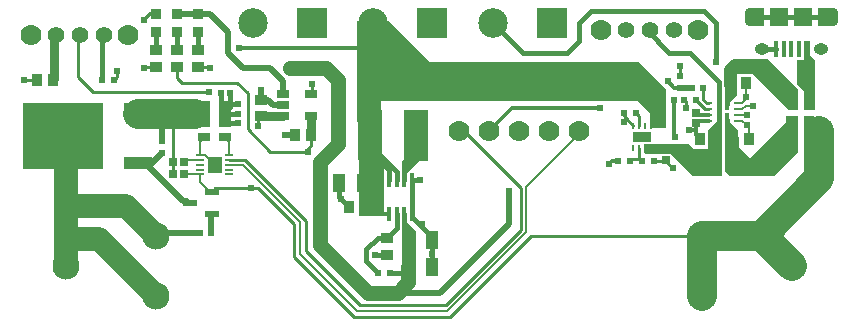
<source format=gtl>
G04 Layer_Physical_Order=1*
G04 Layer_Color=25308*
%FSLAX25Y25*%
%MOIN*%
G70*
G01*
G75*
%ADD10R,0.06299X0.03543*%
%ADD11R,0.00984X0.01969*%
%ADD12R,0.04724X0.06102*%
%ADD13R,0.05906X0.06102*%
%ADD14R,0.01575X0.05315*%
%ADD15R,0.03937X0.03543*%
%ADD16R,0.02165X0.02362*%
%ADD17R,0.04724X0.02362*%
%ADD18R,0.26772X0.21850*%
%ADD19R,0.09449X0.03937*%
%ADD20R,0.02362X0.02165*%
%ADD21R,0.02677X0.02520*%
%ADD22R,0.02953X0.00787*%
%ADD23R,0.05118X0.05512*%
%ADD24R,0.03937X0.03150*%
%ADD25R,0.03937X0.09134*%
%ADD26R,0.03543X0.03937*%
%ADD27R,0.02520X0.02677*%
%ADD28R,0.02362X0.00787*%
%ADD29R,0.01575X0.04134*%
%ADD30R,0.01575X0.04724*%
%ADD31R,0.03937X0.06102*%
%ADD32R,0.07874X0.16535*%
%ADD33R,0.04331X0.03543*%
%ADD34R,0.04331X0.02559*%
%ADD35R,0.03543X0.04331*%
%ADD36R,0.03543X0.03543*%
%ADD37C,0.02000*%
%ADD38C,0.10000*%
%ADD39C,0.07874*%
%ADD40C,0.00800*%
%ADD41C,0.01000*%
%ADD42C,0.01600*%
%ADD43C,0.01500*%
%ADD44C,0.01400*%
%ADD45C,0.01200*%
%ADD46C,0.00900*%
%ADD47C,0.03000*%
%ADD48C,0.04000*%
%ADD49C,0.01800*%
%ADD50C,0.05000*%
%ADD51C,0.01575*%
%ADD52C,0.07000*%
%ADD53O,0.04921X0.03740*%
%ADD54O,0.03543X0.06102*%
%ADD55C,0.05500*%
%ADD56C,0.09055*%
%ADD57C,0.01400*%
%ADD58R,0.09843X0.09843*%
%ADD59C,0.09843*%
%ADD60C,0.02400*%
G36*
X270500Y373500D02*
X267500D01*
X263500Y369500D01*
X262000D01*
Y373500D01*
X263500Y375000D01*
X270500D01*
Y373500D01*
D02*
G37*
G36*
X394000Y383500D02*
Y376500D01*
X386000Y368500D01*
X371000D01*
X369499Y370001D01*
Y378799D01*
X373701Y378799D01*
X378000Y374500D01*
X390000Y386500D01*
Y388500D01*
X394000D01*
Y383500D01*
D02*
G37*
G36*
X263500Y353000D02*
X266500Y350000D01*
Y335000D01*
X262000Y335000D01*
Y354000D01*
X263500D01*
Y353000D01*
D02*
G37*
G36*
X254941Y375059D02*
X256000Y374000D01*
Y355000D01*
X247500D01*
Y375059D01*
X254941Y375059D01*
D02*
G37*
G36*
X368499Y379500D02*
X368500D01*
Y368500D01*
X359000D01*
X351600Y375900D01*
X343100Y375900D01*
X342500Y376500D01*
X342500Y379000D01*
X350955Y379000D01*
X357500Y379000D01*
X359000Y377500D01*
X364000D01*
X364000Y378800D01*
X363999D01*
X363999Y383799D01*
X366999Y386799D01*
X366999Y389300D01*
X368499D01*
Y379500D01*
D02*
G37*
G36*
X394000Y397500D02*
X394000Y390500D01*
X391000D01*
X379000Y402500D01*
X373498D01*
Y400799D01*
X373498Y395298D01*
X370999Y392799D01*
X370999Y390299D01*
X369499D01*
Y398001D01*
Y403999D01*
X373000Y407500D01*
X384000D01*
X394000Y397500D01*
D02*
G37*
G36*
X398000Y408500D02*
X399500Y407000D01*
Y405000D01*
Y390500D01*
X396000D01*
Y396500D01*
X393500Y399000D01*
Y407000D01*
X395500D01*
X396000Y407500D01*
Y413500D01*
X398000D01*
Y408500D01*
D02*
G37*
G36*
X370999Y386799D02*
X373999Y383799D01*
X373999Y378799D01*
X369499D01*
Y389299D01*
X370999D01*
X370999Y386799D01*
D02*
G37*
G36*
X271000Y406500D02*
X341000Y406500D01*
X350000Y397500D01*
X350000Y384500D01*
X344500Y384500D01*
X344500Y389500D01*
X340500Y393500D01*
X255000Y393500D01*
Y385750D01*
X248000D01*
X247000Y386750D01*
Y400000D01*
X247000Y400000D01*
X247000Y420000D01*
X257500D01*
X271000Y406500D01*
D02*
G37*
D10*
X342000Y381500D02*
D03*
D11*
X341016Y377760D02*
D03*
X342984Y385240D02*
D03*
X339047Y377760D02*
D03*
X342984D02*
D03*
X344953D02*
D03*
X344953Y385240D02*
D03*
X341016D02*
D03*
X339047D02*
D03*
D12*
X380299Y421453D02*
D03*
X403134D02*
D03*
D13*
X387779D02*
D03*
X395654D02*
D03*
D14*
X386598Y410823D02*
D03*
X389157D02*
D03*
X391717D02*
D03*
X394276D02*
D03*
X396835D02*
D03*
D15*
X215000Y388342D02*
D03*
Y393657D02*
D03*
D16*
X194531Y349500D02*
D03*
X198468D02*
D03*
X362468Y397799D02*
D03*
X358530D02*
D03*
X359967Y393799D02*
D03*
X356031D02*
D03*
X342031Y373500D02*
D03*
X345968D02*
D03*
X334031D02*
D03*
X337968D02*
D03*
X339968Y389500D02*
D03*
X336031D02*
D03*
X257968Y336000D02*
D03*
X254031D02*
D03*
X162031Y400500D02*
D03*
X165969D02*
D03*
D17*
X198543Y355760D02*
D03*
Y363240D02*
D03*
X191457Y359500D02*
D03*
D18*
X148929Y381689D02*
D03*
D19*
X174126Y390665D02*
D03*
Y372713D02*
D03*
D20*
X182000Y379968D02*
D03*
Y376031D02*
D03*
X354499Y397831D02*
D03*
Y401767D02*
D03*
D21*
X185768Y373000D02*
D03*
X189232D02*
D03*
X185768Y369000D02*
D03*
X189232D02*
D03*
D22*
X204383Y368976D02*
D03*
Y370551D02*
D03*
Y372126D02*
D03*
Y373701D02*
D03*
Y375275D02*
D03*
X194616Y368976D02*
D03*
Y370551D02*
D03*
Y372126D02*
D03*
Y373701D02*
D03*
Y375275D02*
D03*
D23*
X199500Y372126D02*
D03*
D24*
X196055Y381252D02*
D03*
X202945D02*
D03*
D25*
Y389126D02*
D03*
X196055D02*
D03*
D26*
X371341Y399299D02*
D03*
X376657D02*
D03*
X366656Y380799D02*
D03*
X361342D02*
D03*
X372341D02*
D03*
X377657D02*
D03*
X249657Y358000D02*
D03*
X244342D02*
D03*
X231657Y382000D02*
D03*
X226343D02*
D03*
D27*
X359999Y386067D02*
D03*
Y389531D02*
D03*
X350000Y373768D02*
D03*
Y377232D02*
D03*
D28*
X364471Y388815D02*
D03*
Y390783D02*
D03*
Y392752D02*
D03*
Y386846D02*
D03*
X373527D02*
D03*
Y392752D02*
D03*
Y390783D02*
D03*
Y388815D02*
D03*
D29*
X367621Y392457D02*
D03*
Y387141D02*
D03*
X370377D02*
D03*
Y392457D02*
D03*
D30*
X260221Y355882D02*
D03*
X262779D02*
D03*
X265339D02*
D03*
X257661D02*
D03*
Y367118D02*
D03*
X260221D02*
D03*
X262779D02*
D03*
X265339D02*
D03*
D31*
X240957Y366000D02*
D03*
X249043D02*
D03*
X272043Y338000D02*
D03*
X263957D02*
D03*
X272043Y347000D02*
D03*
X263957D02*
D03*
D32*
X266587Y382000D02*
D03*
X251413D02*
D03*
D33*
X257000Y347856D02*
D03*
Y342144D02*
D03*
X194000Y410256D02*
D03*
Y404744D02*
D03*
X187000Y410256D02*
D03*
Y404744D02*
D03*
X180000Y404744D02*
D03*
Y410256D02*
D03*
D34*
X222276Y395740D02*
D03*
Y392000D02*
D03*
Y388260D02*
D03*
X231724D02*
D03*
Y395740D02*
D03*
D35*
X145756Y400500D02*
D03*
X140244D02*
D03*
X397756Y386500D02*
D03*
X392244D02*
D03*
X397756Y392500D02*
D03*
X392244D02*
D03*
D36*
X180000Y416547D02*
D03*
Y422453D02*
D03*
X187000D02*
D03*
Y416547D02*
D03*
X194000D02*
D03*
Y422453D02*
D03*
D37*
X198468Y349500D02*
Y355185D01*
X182000Y379968D02*
Y389165D01*
X148929Y381689D02*
X152189D01*
X249657Y358000D02*
Y380244D01*
X178882Y349500D02*
X193531D01*
X174126Y372713D02*
X176287D01*
X189000Y360000D01*
X190457D01*
X178681Y372713D02*
X182000Y376031D01*
X174126Y372713D02*
X178681D01*
X177649Y371681D02*
X180968Y375000D01*
X215000Y393657D02*
X217342D01*
X219000Y392000D01*
X222276D01*
X215000Y393657D02*
Y397000D01*
X223000Y382000D02*
X226343D01*
X354531Y397799D02*
X358530D01*
X187000Y422453D02*
X194000D01*
X198047D01*
X204000Y416500D01*
Y409500D02*
Y416500D01*
Y409500D02*
X209000Y404500D01*
X218000D01*
X222276Y400224D01*
Y395740D02*
Y400224D01*
X260500Y329500D02*
X274500D01*
X297500Y352500D01*
Y363500D01*
D38*
X182000Y389165D02*
X193000D01*
X174126D02*
X182000D01*
X361882Y328500D02*
Y348500D01*
X381882D01*
X391882Y338500D01*
X381882Y348500D02*
X401000Y367618D01*
Y383500D01*
D39*
X160882Y347500D02*
X179882Y328500D01*
X149882Y347500D02*
X160882D01*
X149882Y338500D02*
Y347500D01*
Y358500D02*
X169882D01*
X149882Y347500D02*
Y358500D01*
Y380736D01*
X169882Y358500D02*
X178882Y349500D01*
D40*
X194616Y379813D02*
X196055Y381252D01*
X194616Y375275D02*
Y379813D01*
X202945Y381252D02*
X204383Y379813D01*
Y375275D02*
Y379813D01*
X194616Y375275D02*
X196350D01*
X199500Y372126D01*
X189256Y368976D02*
X194616D01*
X189933Y373701D02*
X194616D01*
Y366383D02*
Y368976D01*
Y366383D02*
X197260Y363740D01*
X373527Y386846D02*
X375452D01*
X376999Y385299D01*
X373527Y388815D02*
X376983D01*
X373527Y392752D02*
X375452D01*
X376657Y393956D01*
Y394799D01*
Y398799D01*
X373527Y390783D02*
X375483D01*
X376499Y391799D01*
X378999D01*
X377657Y380799D02*
Y384642D01*
X204383Y372126D02*
X206260D01*
X206272Y372113D01*
X209000D01*
X303200Y349796D02*
Y364700D01*
X321000Y382500D01*
Y383500D01*
X197260Y362740D02*
Y363740D01*
X209000Y372113D02*
X228000Y353113D01*
Y342500D02*
Y353113D01*
Y342500D02*
X247000Y323500D01*
X276904D01*
X303200Y349796D01*
D41*
X185768Y369000D02*
Y373000D01*
Y385268D01*
X189626Y389126D01*
X194626D01*
X354499Y401767D02*
Y405001D01*
X341016Y374516D02*
Y377760D01*
Y374516D02*
X342031Y374200D01*
X337968D02*
X342031D01*
X345968Y373500D02*
X349732D01*
X352232Y371000D01*
X336000Y386287D02*
X337000Y387287D01*
X336031Y388256D02*
X337000Y387287D01*
X339047Y385240D01*
X341016D02*
Y388453D01*
X339968Y389500D02*
X341016Y388453D01*
X165969Y400500D02*
X167000Y401531D01*
Y403500D01*
X136000Y400500D02*
X140244D01*
X176244Y404744D02*
X180000D01*
X176000Y404500D02*
X176244Y404744D01*
X194000Y404744D02*
X197756D01*
X198000Y404500D01*
X187000Y401000D02*
Y404744D01*
Y401000D02*
X188500Y399500D01*
X207000D01*
X210500Y396000D01*
Y384000D02*
Y396000D01*
Y384000D02*
X218000Y376500D01*
X229500D01*
X231657Y378657D02*
Y382000D01*
X231724Y395740D02*
X232000Y396016D01*
Y399000D01*
X159000Y396500D02*
X197500D01*
X154000Y401500D02*
X159000Y396500D01*
X154000Y401500D02*
Y415500D01*
X204383Y373701D02*
X209817D01*
X281000Y383500D02*
X282500D01*
X301500Y364500D01*
Y350500D02*
Y364500D01*
X229500Y376500D02*
X231657Y378657D01*
X214000Y387343D02*
X215000Y388342D01*
X214000Y385000D02*
Y387343D01*
X356031Y393799D02*
X356500Y393330D01*
Y391000D02*
Y393330D01*
X229500Y376500D02*
X230500D01*
X211500Y364500D02*
X214000D01*
X226000Y352500D01*
X198543Y363240D02*
X199803Y364500D01*
X211500D01*
X230000Y343500D02*
Y353518D01*
X226000Y341500D02*
Y352500D01*
X230000Y343500D02*
X248000Y325500D01*
X276500D01*
X301500Y350500D01*
X226000Y341500D02*
X246000Y321500D01*
X278000D01*
X209817Y373701D02*
X230000Y353518D01*
X278000Y321500D02*
X305000Y348500D01*
X361882D01*
Y328500D02*
Y348500D01*
D42*
X260221Y351076D02*
Y355882D01*
X257000Y347856D02*
X260221Y351076D01*
X262779Y367118D02*
Y372779D01*
X266587Y376587D01*
X260221Y367118D02*
Y369779D01*
X254941Y375059D02*
X260221Y369779D01*
X257968Y336000D02*
X261957D01*
X250000Y340031D02*
X254031Y336000D01*
X250000Y340031D02*
Y344000D01*
X253856Y347856D01*
X257000D01*
X251413Y376587D02*
Y378587D01*
Y376587D02*
X257661Y370339D01*
Y367118D02*
Y370339D01*
X370377Y382764D02*
Y387141D01*
Y382764D02*
X372341Y380799D01*
X370377Y392457D02*
Y397834D01*
X367621Y387141D02*
Y388421D01*
Y381764D02*
Y387141D01*
Y392457D02*
Y399879D01*
X358000Y409500D02*
X367621Y399879D01*
X396835Y405500D02*
Y410823D01*
X366500Y406500D02*
Y419500D01*
X362500Y423500D02*
X366500Y419500D01*
X342500Y417000D02*
X343500D01*
X351000Y409500D01*
X358000D01*
X317000D02*
X321000Y413500D01*
X302315Y409500D02*
X317000D01*
X292315Y419500D02*
X302315Y409500D01*
X325000Y423500D02*
X362500D01*
X321000Y419500D02*
X325000Y423500D01*
X321000Y413500D02*
Y419500D01*
X262779Y337000D02*
Y355882D01*
X396835Y393421D02*
Y405500D01*
X367621Y388421D02*
Y392457D01*
D43*
X253144Y342144D02*
X257000D01*
X272043Y338000D02*
Y342500D01*
Y347000D01*
X265339Y354661D02*
Y355882D01*
Y354661D02*
X272043Y347957D01*
X265339Y367118D02*
X268118D01*
X240957Y361386D02*
Y366000D01*
Y361386D02*
X241500Y360842D01*
X244342Y358000D01*
X265339Y355882D02*
Y367118D01*
X202945Y389126D02*
X207374D01*
X203000Y392500D02*
X207429D01*
X203000Y386000D02*
X207429D01*
X204500Y391500D02*
Y395929D01*
X201500Y391500D02*
Y395929D01*
X377937Y421453D02*
X380299D01*
X387779D01*
X395654D01*
X403134D01*
X405496D01*
X381874Y410823D02*
X386598D01*
D44*
X251776Y355882D02*
X257661D01*
X249657Y358000D02*
X251776Y355882D01*
X360778Y386846D02*
X364471D01*
X360731Y386799D02*
X360778Y386846D01*
X357499Y383799D02*
X359999D01*
Y386067D01*
Y382141D02*
Y383799D01*
X177953Y422453D02*
X180000D01*
X176000Y420500D02*
X177953Y422453D01*
X207500Y411000D02*
X252500D01*
D45*
X360716Y388815D02*
X364471D01*
X352669Y397831D02*
X354499D01*
X350500Y400000D02*
X352669Y397831D01*
X298500Y391000D02*
X328000D01*
X291000Y383500D02*
X298500Y391000D01*
X332000Y373500D02*
X334031D01*
X331000Y372500D02*
X332000Y373500D01*
X352500Y382000D02*
X353000Y381500D01*
X352500Y382000D02*
Y393700D01*
D46*
X362983Y390783D02*
X364471D01*
X359967Y393799D02*
X362983Y390783D01*
X363546Y392752D02*
X364471D01*
X362468Y393830D02*
X363546Y392752D01*
X362468Y393830D02*
Y397799D01*
D47*
X215000Y388342D02*
X215083Y388260D01*
X222276D01*
X231657Y382000D02*
Y388193D01*
X146000Y400744D02*
Y415500D01*
D48*
X372341Y371158D02*
Y380799D01*
X371341Y398799D02*
Y403841D01*
X373000Y405500D01*
X379000D01*
X392122Y392378D01*
D49*
X162000Y400500D02*
Y415500D01*
X180000Y410256D02*
Y416547D01*
X187000Y410256D02*
Y416547D01*
X194000Y410256D02*
Y416547D01*
D50*
X236500Y404500D02*
X240500Y400500D01*
Y379000D02*
Y400500D01*
X224500Y404500D02*
X236500D01*
X263957Y332957D02*
Y338000D01*
X260500Y329500D02*
X263957Y332957D01*
X250500Y329500D02*
X260500D01*
X234500Y373000D02*
X240500Y379000D01*
X234500Y345500D02*
X250500Y329500D01*
X234500Y345500D02*
Y373000D01*
D51*
X344165Y381500D02*
D03*
X339835D02*
D03*
D52*
X321000Y383500D02*
D03*
X311000D02*
D03*
X301000D02*
D03*
X291000D02*
D03*
X281000D02*
D03*
X328300Y417000D02*
D03*
X360700D02*
D03*
X170700Y415500D02*
D03*
X138300D02*
D03*
D53*
X381874Y410823D02*
D03*
X401559D02*
D03*
D54*
X405496Y421453D02*
D03*
X377937D02*
D03*
D55*
X336500Y417000D02*
D03*
X344500D02*
D03*
X352500D02*
D03*
X162500Y415500D02*
D03*
X154500D02*
D03*
X146500D02*
D03*
D56*
X391882Y338500D02*
D03*
X361882Y348500D02*
D03*
Y328500D02*
D03*
X149882Y338500D02*
D03*
X179882Y328500D02*
D03*
Y348500D02*
D03*
D57*
X367622Y391177D02*
D03*
X370377Y391176D02*
D03*
X370377Y388420D02*
D03*
X367621Y388421D02*
D03*
D58*
X312000Y419500D02*
D03*
X272000D02*
D03*
X232000D02*
D03*
D59*
X292315D02*
D03*
X252315D02*
D03*
X212315D02*
D03*
D60*
X253144Y342144D02*
D03*
X272043Y342500D02*
D03*
X268118Y367118D02*
D03*
X241500Y360842D02*
D03*
X207374Y389126D02*
D03*
X207429Y392500D02*
D03*
Y386000D02*
D03*
X204500Y395929D02*
D03*
X201500D02*
D03*
X357499Y383799D02*
D03*
X376999Y385299D02*
D03*
X376983Y388815D02*
D03*
X376657Y394799D02*
D03*
X378999Y391799D02*
D03*
X215000Y397000D02*
D03*
X223000Y382000D02*
D03*
X354499Y405001D02*
D03*
X352232Y371000D02*
D03*
X336000Y386287D02*
D03*
X396835Y405500D02*
D03*
X366500Y406500D02*
D03*
X167000Y403500D02*
D03*
X136000Y400500D02*
D03*
X176000Y404500D02*
D03*
X198000D02*
D03*
X176000Y420500D02*
D03*
X207500Y411000D02*
D03*
X224500Y404500D02*
D03*
X227000D02*
D03*
X232000Y399000D02*
D03*
X197500Y396500D02*
D03*
X297500Y363500D02*
D03*
X350500Y400000D02*
D03*
X328000Y391000D02*
D03*
X268500Y352500D02*
D03*
X331000Y372500D02*
D03*
X214000Y385000D02*
D03*
X211500Y364500D02*
D03*
X367000Y384500D02*
D03*
X371000D02*
D03*
X371300Y395500D02*
D03*
X356500Y391000D02*
D03*
X353000Y381500D02*
D03*
X352500Y393700D02*
D03*
X230500Y376500D02*
D03*
M02*

</source>
